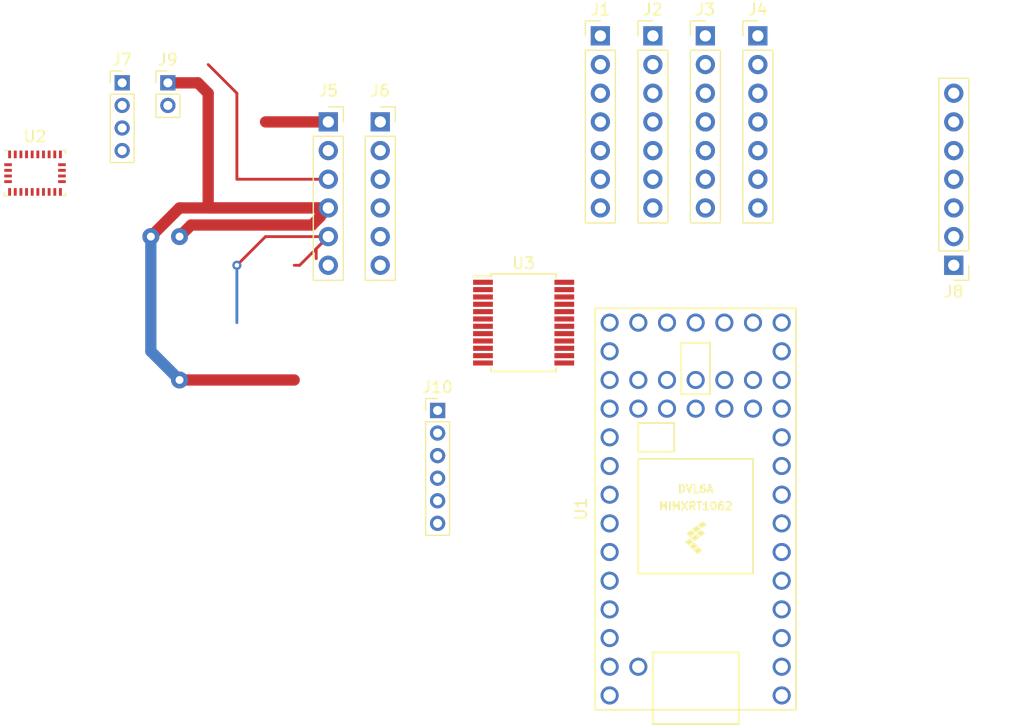
<source format=kicad_pcb>
(kicad_pcb (version 20221018) (generator pcbnew)
  (layers (0 "F.Cu" signal) (31 "B.Cu" signal) (34 "B.Paste" user) (35 "F.Paste" user) (36 "B.SilkS" user "B.Silkscreen") (37 "F.SilkS" user "F.Silkscreen") (38 "B.Mask" user) (39 "F.Mask" user) (44 "Edge.Cuts" user))
  (net 0 "")
  (net 2 "+5V")
  (net 3 "GND1")
  (net 4 "SDA")
  (net 5 "SCL")
  (net 6 "Net-(J1-Pin_6)")
  (net 9 "Net-(J2-Pin_6)")
  (net 12 "Net-(J3-Pin_6)")
  (net 14 "GND")
  (net 15 "Net-(J5-Pin_2)")
  (net 16 "Net-(J5-Pin_3)")
  (net 17 "Net-(J5-Pin_5)")
  (net 18 "Net-(J5-Pin_6)")
  (net 19 "Net-(J6-Pin_2)")
  (net 20 "Net-(J6-Pin_3)")
  (net 21 "Net-(J6-Pin_5)")
  (net 22 "Net-(J6-Pin_6)")
  (net 24 "Net-(J8-Pin_6)")
  (net 40 "Net-(U2-GNDIO-Pad15)")
  (net 52 "Net-(U3-PGND1-Pad3)")
  (net 53 "Net-(U3-PGND2-Pad10)")
  (net 56 "Net-(J4-Pin_6)")
  (net 57 "Net-(U1-7_RX2_OUT1A)")
  (net 58 "Net-(U1-8_TX2_IN1)")
  (net 59 "Net-(U1-13_SCK_CRX1_LED)")
  (net 60 "Net-(J7-Pin_2)")
  (net 61 "Net-(U1-16_A2_RX4_SCL1)")
  (net 62 "Net-(U1-17_A3_TX4_SDA1)")
  (net 63 "Net-(U1-22_A8_CTX1)")
  (net 64 "Net-(U1-23_A9_CRX1_MCLK1)")
  (net 65 "+12V")
  (net 71 "Net-(J10-Pin_6)")
  (footprint "Connector_PinHeader_2.54mm:PinHeader_1x07_P2.54mm_Vertical" (layer "F.Cu") (at 114.73 53.34)
    (fp_text reference "J4" (at 0 -2.33) (layer "F.SilkS"))
    (fp_text value "Conn_01x07_Pin")
    (fp_line (start -1.33 -1.33) (end 0 -1.33) (stroke (width 0.12)) (layer "F.SilkS"))
    (fp_line (start -1.33 0) (end -1.33 -1.33) (stroke (width 0.12)) (layer "F.SilkS"))
    (fp_line (start -1.33 1.27) (end -1.33 16.57) (stroke (width 0.12)) (layer "F.SilkS"))
    (fp_line (start -1.33 1.27) (end 1.33 1.27) (stroke (width 0.12)) (layer "F.SilkS"))
    (fp_line (start -1.33 16.57) (end 1.33 16.57) (stroke (width 0.12)) (layer "F.SilkS"))
    (fp_line (start 1.33 1.27) (end 1.33 16.57) (stroke (width 0.12)) (layer "F.SilkS"))
    (pad "1" thru_hole rect (at 0 0) (size 1.7 1.7) (drill 1) (layers "*.Cu" "*.Mask"))
    (pad "2" thru_hole oval (at 0 2.54) (size 1.7 1.7) (drill 1) (layers "*.Cu" "*.Mask") (net 2 "+5V"))
    (pad "3" thru_hole oval (at 0 5.08) (size 1.7 1.7) (drill 1) (layers "*.Cu" "*.Mask") (net 3 "GND1"))
    (pad "4" thru_hole oval (at 0 7.62) (size 1.7 1.7) (drill 1) (layers "*.Cu" "*.Mask") (net 4 "SDA"))
    (pad "5" thru_hole oval (at 0 10.16) (size 1.7 1.7) (drill 1) (layers "*.Cu" "*.Mask") (net 5 "SCL"))
    (pad "6" thru_hole oval (at 0 12.7) (size 1.7 1.7) (drill 1) (layers "*.Cu" "*.Mask") (net 56 "Net-(J4-Pin_6)"))
    (pad "7" thru_hole oval (at 0 15.24) (size 1.7 1.7) (drill 1) (layers "*.Cu" "*.Mask"))
  )
  (footprint "Connector_PinHeader_2.54mm:PinHeader_1x07_P2.54mm_Vertical" (layer "F.Cu") (at 110.08 53.34)
    (fp_text reference "J3" (at 0 -2.33) (layer "F.SilkS"))
    (fp_text value "Conn_01x07_Pin")
    (fp_line (start -1.33 -1.33) (end 0 -1.33) (stroke (width 0.12)) (layer "F.SilkS"))
    (fp_line (start -1.33 0) (end -1.33 -1.33) (stroke (width 0.12)) (layer "F.SilkS"))
    (fp_line (start -1.33 1.27) (end -1.33 16.57) (stroke (width 0.12)) (layer "F.SilkS"))
    (fp_line (start -1.33 1.27) (end 1.33 1.27) (stroke (width 0.12)) (layer "F.SilkS"))
    (fp_line (start -1.33 16.57) (end 1.33 16.57) (stroke (width 0.12)) (layer "F.SilkS"))
    (fp_line (start 1.33 1.27) (end 1.33 16.57) (stroke (width 0.12)) (layer "F.SilkS"))
    (pad "1" thru_hole rect (at 0 0) (size 1.7 1.7) (drill 1) (layers "*.Cu" "*.Mask"))
    (pad "2" thru_hole oval (at 0 2.54) (size 1.7 1.7) (drill 1) (layers "*.Cu" "*.Mask") (net 2 "+5V"))
    (pad "3" thru_hole oval (at 0 5.08) (size 1.7 1.7) (drill 1) (layers "*.Cu" "*.Mask") (net 3 "GND1"))
    (pad "4" thru_hole oval (at 0 7.62) (size 1.7 1.7) (drill 1) (layers "*.Cu" "*.Mask") (net 4 "SDA"))
    (pad "5" thru_hole oval (at 0 10.16) (size 1.7 1.7) (drill 1) (layers "*.Cu" "*.Mask") (net 5 "SCL"))
    (pad "6" thru_hole oval (at 0 12.7) (size 1.7 1.7) (drill 1) (layers "*.Cu" "*.Mask") (net 12 "Net-(J3-Pin_6)"))
    (pad "7" thru_hole oval (at 0 15.24) (size 1.7 1.7) (drill 1) (layers "*.Cu" "*.Mask"))
  )
  (footprint "Teensy4.0:Teensy40" (layer "F.Cu") (at 109.22 95.25 90)
    (fp_text reference "U1" (at 0 -10.16 90) (layer "F.SilkS"))
    (fp_text value "Teensy4.0")
    (fp_text user "DVL6A" (at 1.778 0) (layer "F.SilkS") (effects (font (size 0.7 0.7))))
    (fp_text user "MIMXRT1062" (at 0.254 0) (layer "F.SilkS") (effects (font (size 0.7 0.7))))
    (fp_line (start -19.05 -3.81) (end -17.78 -3.81) (stroke (width 0.15)) (layer "F.SilkS"))
    (fp_line (start -19.05 3.81) (end -19.05 -3.81) (stroke (width 0.15)) (layer "F.SilkS"))
    (fp_line (start -17.78 -8.89) (end 17.78 -8.89) (stroke (width 0.15)) (layer "F.SilkS"))
    (fp_line (start -17.78 3.81) (end -19.05 3.81) (stroke (width 0.15)) (layer "F.SilkS"))
    (fp_line (start -17.78 8.89) (end -17.78 -8.89) (stroke (width 0.15)) (layer "F.SilkS"))
    (fp_line (start -12.7 -3.81) (end -17.78 -3.81) (stroke (width 0.15)) (layer "F.SilkS"))
    (fp_line (start -12.7 3.81) (end -17.78 3.81) (stroke (width 0.15)) (layer "F.SilkS"))
    (fp_line (start -12.7 3.81) (end -12.7 -3.81) (stroke (width 0.15)) (layer "F.SilkS"))
    (fp_line (start -5.715 -5.08) (end -5.715 5.08) (stroke (width 0.15)) (layer "F.SilkS"))
    (fp_line (start 4.445 -5.08) (end -5.715 -5.08) (stroke (width 0.15)) (layer "F.SilkS"))
    (fp_line (start 4.445 5.08) (end -5.715 5.08) (stroke (width 0.15)) (layer "F.SilkS"))
    (fp_line (start 4.445 5.08) (end 4.445 -5.08) (stroke (width 0.15)) (layer "F.SilkS"))
    (fp_line (start 5.08 -5.08) (end 7.62 -5.08) (stroke (width 0.15)) (layer "F.SilkS"))
    (fp_line (start 5.08 -1.905) (end 5.08 -5.08) (stroke (width 0.15)) (layer "F.SilkS"))
    (fp_line (start 7.62 -5.08) (end 7.62 -1.905) (stroke (width 0.15)) (layer "F.SilkS"))
    (fp_line (start 7.62 -1.905) (end 5.08 -1.905) (stroke (width 0.15)) (layer "F.SilkS"))
    (fp_line (start 10.16 -1.27) (end 14.732 -1.27) (stroke (width 0.15)) (layer "F.SilkS"))
    (fp_line (start 10.16 1.27) (end 10.16 -1.27) (stroke (width 0.15)) (layer "F.SilkS"))
    (fp_line (start 14.732 -1.27) (end 14.732 1.27) (stroke (width 0.15)) (layer "F.SilkS"))
    (fp_line (start 14.732 1.27) (end 10.16 1.27) (stroke (width 0.15)) (layer "F.SilkS"))
    (fp_line (start 17.78 -8.89) (end 17.78 8.89) (stroke (width 0.15)) (layer "F.SilkS"))
    (fp_line (start 17.78 8.89) (end -17.78 8.89) (stroke (width 0.15)) (layer "F.SilkS"))
    (fp_poly (pts (xy -3.937 0.127) (xy -3.683 -0.127) (xy -3.429 0.254) (xy -3.683 0.508)) (stroke (width 0.1)) (fill solid) (layer "F.SilkS"))
    (fp_poly (pts (xy -3.556 -0.254) (xy -3.302 -0.508) (xy -3.048 -0.127) (xy -3.302 0.127)) (stroke (width 0.1)) (fill solid) (layer "F.SilkS"))
    (fp_poly (pts (xy -3.175 -0.635) (xy -2.921 -0.889) (xy -2.667 -0.508) (xy -2.921 -0.254)) (stroke (width 0.1)) (fill solid) (layer "F.SilkS"))
    (fp_poly (pts (xy -2.794 -0.127) (xy -2.54 -0.381) (xy -2.286 0) (xy -2.54 0.254)) (stroke (width 0.1)) (fill solid) (layer "F.SilkS"))
    (fp_poly (pts (xy -2.413 -0.508) (xy -2.159 -0.762) (xy -1.905 -0.381) (xy -2.159 -0.127)) (stroke (width 0.1)) (fill solid) (layer "F.SilkS"))
    (fp_poly (pts (xy -2.413 0.381) (xy -2.159 0.127) (xy -1.905 0.508) (xy -2.159 0.762)) (stroke (width 0.1)) (fill solid) (layer "F.SilkS"))
    (fp_poly (pts (xy -2.032 0) (xy -1.778 -0.254) (xy -1.524 0.127) (xy -1.778 0.381)) (stroke (width 0.1)) (fill solid) (layer "F.SilkS"))
    (fp_poly (pts (xy -1.651 0.508) (xy -1.397 0.254) (xy -1.143 0.635) (xy -1.397 0.889)) (stroke (width 0.1)) (fill solid) (layer "F.SilkS"))
    (pad "1" thru_hole circle (at -16.51 7.62 90) (size 1.6 1.6) (drill 1.1) (layers "*.Cu" "*.Mask"))
    (pad "2" thru_hole circle (at -13.97 7.62 90) (size 1.6 1.6) (drill 1.1) (layers "*.Cu" "*.Mask"))
    (pad "3" thru_hole circle (at -11.43 7.62 90) (size 1.6 1.6) (drill 1.1) (layers "*.Cu" "*.Mask"))
    (pad "4" thru_hole circle (at -8.89 7.62 90) (size 1.6 1.6) (drill 1.1) (layers "*.Cu" "*.Mask") (net 56 "Net-(J4-Pin_6)"))
    (pad "5" thru_hole circle (at -6.35 7.62 90) (size 1.6 1.6) (drill 1.1) (layers "*.Cu" "*.Mask") (net 12 "Net-(J3-Pin_6)"))
    (pad "6" thru_hole circle (at -3.81 7.62 90) (size 1.6 1.6) (drill 1.1) (layers "*.Cu" "*.Mask") (net 9 "Net-(J2-Pin_6)"))
    (pad "7" thru_hole circle (at -1.27 7.62 90) (size 1.6 1.6) (drill 1.1) (layers "*.Cu" "*.Mask") (net 6 "Net-(J1-Pin_6)"))
    (pad "8" thru_hole circle (at 1.27 7.62 90) (size 1.6 1.6) (drill 1.1) (layers "*.Cu" "*.Mask") (net 24 "Net-(J8-Pin_6)"))
    (pad "9" thru_hole circle (at 3.81 7.62 90) (size 1.6 1.6) (drill 1.1) (layers "*.Cu" "*.Mask") (net 57 "Net-(U1-7_RX2_OUT1A)"))
    (pad "10" thru_hole circle (at 6.35 7.62 90) (size 1.6 1.6) (drill 1.1) (layers "*.Cu" "*.Mask") (net 58 "Net-(U1-8_TX2_IN1)"))
    (pad "11" thru_hole circle (at 8.89 7.62 90) (size 1.6 1.6) (drill 1.1) (layers "*.Cu" "*.Mask") (net 19 "Net-(J6-Pin_2)"))
    (pad "12" thru_hole circle (at 11.43 7.62 90) (size 1.6 1.6) (drill 1.1) (layers "*.Cu" "*.Mask") (net 20 "Net-(J6-Pin_3)"))
    (pad "13" thru_hole circle (at 13.97 7.62 90) (size 1.6 1.6) (drill 1.1) (layers "*.Cu" "*.Mask") (net 15 "Net-(J5-Pin_2)"))
    (pad "14" thru_hole circle (at 16.51 7.62 90) (size 1.6 1.6) (drill 1.1) (layers "*.Cu" "*.Mask") (net 16 "Net-(J5-Pin_3)"))
    (pad "15" thru_hole circle (at 16.51 5.08 90) (size 1.6 1.6) (drill 1.1) (layers "*.Cu" "*.Mask"))
    (pad "16" thru_hole circle (at 16.51 2.54 90) (size 1.6 1.6) (drill 1.1) (layers "*.Cu" "*.Mask"))
    (pad "17" thru_hole circle (at 16.51 0 90) (size 1.6 1.6) (drill 1.1) (layers "*.Cu" "*.Mask"))
    (pad "18" thru_hole circle (at 16.51 -2.54 90) (size 1.6 1.6) (drill 1.1) (layers "*.Cu" "*.Mask"))
    (pad "19" thru_hole circle (at 16.51 -5.08 90) (size 1.6 1.6) (drill 1.1) (layers "*.Cu" "*.Mask"))
    (pad "20" thru_hole circle (at 16.51 -7.62 90) (size 1.6 1.6) (drill 1.1) (layers "*.Cu" "*.Mask") (net 59 "Net-(U1-13_SCK_CRX1_LED)"))
    (pad "21" thru_hole circle (at 13.97 -7.62 90) (size 1.6 1.6) (drill 1.1) (layers "*.Cu" "*.Mask"))
    (pad "22" thru_hole circle (at 11.43 -7.62 90) (size 1.6 1.6) (drill 1.1) (layers "*.Cu" "*.Mask") (net 60 "Net-(J7-Pin_2)"))
    (pad "23" thru_hole circle (at 8.89 -7.62 90) (size 1.6 1.6) (drill 1.1) (layers "*.Cu" "*.Mask") (net 61 "Net-(U1-16_A2_RX4_SCL1)"))
    (pad "24" thru_hole circle (at 6.35 -7.62 90) (size 1.6 1.6) (drill 1.1) (layers "*.Cu" "*.Mask") (net 62 "Net-(U1-17_A3_TX4_SDA1)"))
    (pad "25" thru_hole circle (at 3.81 -7.62 90) (size 1.6 1.6) (drill 1.1) (layers "*.Cu" "*.Mask") (net 4 "SDA"))
    (pad "26" thru_hole circle (at 1.27 -7.62 90) (size 1.6 1.6) (drill 1.1) (layers "*.Cu" "*.Mask") (net 5 "SCL"))
    (pad "27" thru_hole circle (at -1.27 -7.62 90) (size 1.6 1.6) (drill 1.1) (layers "*.Cu" "*.Mask"))
    (pad "28" thru_hole circle (at -3.81 -7.62 90) (size 1.6 1.6) (drill 1.1) (layers "*.Cu" "*.Mask"))
    (pad "29" thru_hole circle (at -6.35 -7.62 90) (size 1.6 1.6) (drill 1.1) (layers "*.Cu" "*.Mask") (net 63 "Net-(U1-22_A8_CTX1)"))
    (pad "30" thru_hole circle (at -8.89 -7.62 90) (size 1.6 1.6) (drill 1.1) (layers "*.Cu" "*.Mask") (net 64 "Net-(U1-23_A9_CRX1_MCLK1)"))
    (pad "31" thru_hole circle (at -11.43 -7.62 90) (size 1.6 1.6) (drill 1.1) (layers "*.Cu" "*.Mask"))
    (pad "32" thru_hole circle (at -13.97 -7.62 90) (size 1.6 1.6) (drill 1.1) (layers "*.Cu" "*.Mask"))
    (pad "33" thru_hole circle (at -16.51 -7.62 90) (size 1.6 1.6) (drill 1.1) (layers "*.Cu" "*.Mask"))
    (pad "34" thru_hole circle (at -13.97 -5.08 90) (size 1.6 1.6) (drill 1.1) (layers "*.Cu" "*.Mask"))
    (pad "35" thru_hole circle (at 11.43 -5.08 90) (size 1.6 1.6) (drill 1.1) (layers "*.Cu" "*.Mask"))
    (pad "36" thru_hole circle (at 8.89 -5.08 90) (size 1.6 1.6) (drill 1.1) (layers "*.Cu" "*.Mask"))
    (pad "37" thru_hole circle (at 11.43 -2.54 90) (size 1.6 1.6) (drill 1.1) (layers "*.Cu" "*.Mask"))
    (pad "38" thru_hole circle (at 8.89 -2.54 90) (size 1.6 1.6) (drill 1.1) (layers "*.Cu" "*.Mask"))
    (pad "39" thru_hole circle (at 11.43 0 90) (size 1.6 1.6) (drill 1.1) (layers "*.Cu" "*.Mask"))
    (pad "40" thru_hole circle (at 8.89 0 90) (size 1.6 1.6) (drill 1.1) (layers "*.Cu" "*.Mask"))
    (pad "41" thru_hole circle (at 11.43 2.54 90) (size 1.6 1.6) (drill 1.1) (layers "*.Cu" "*.Mask"))
    (pad "42" thru_hole circle (at 8.89 2.54 90) (size 1.6 1.6) (drill 1.1) (layers "*.Cu" "*.Mask"))
    (pad "43" thru_hole circle (at 11.43 5.08 90) (size 1.6 1.6) (drill 1.1) (layers "*.Cu" "*.Mask"))
    (pad "44" thru_hole circle (at 8.89 5.08 90) (size 1.6 1.6) (drill 1.1) (layers "*.Cu" "*.Mask"))
  )
  (footprint "Package_SO:SSOP-24_5.3x8.2mm_P0.65mm" (layer "F.Cu") (at 93.98 78.74)
    (fp_text reference "U3" (at 0 -5.25) (layer "F.SilkS"))
    (fp_text value "TB6612FNG")
    (fp_line (start -2.875 -4.325) (end -2.875 -4.1) (stroke (width 0.15)) (layer "F.SilkS"))
    (fp_line (start -2.875 -4.325) (end 2.875 -4.325) (stroke (width 0.15)) (layer "F.SilkS"))
    (fp_line (start -2.875 -4.1) (end -4.475 -4.1) (stroke (width 0.15)) (layer "F.SilkS"))
    (fp_line (start -2.875 4.325) (end -2.875 4.025) (stroke (width 0.15)) (layer "F.SilkS"))
    (fp_line (start -2.875 4.325) (end 2.875 4.325) (stroke (width 0.15)) (layer "F.SilkS"))
    (fp_line (start 2.875 -4.325) (end 2.875 -4.025) (stroke (width 0.15)) (layer "F.SilkS"))
    (fp_line (start 2.875 4.325) (end 2.875 4.025) (stroke (width 0.15)) (layer "F.SilkS"))
    (pad "1" smd rect (at -3.6 -3.575) (size 1.75 0.45) (layers "F.Cu" "F.Paste" "F.Mask") (net 22 "Net-(J6-Pin_6)"))
    (pad "2" smd rect (at -3.6 -2.925) (size 1.75 0.45) (layers "F.Cu" "F.Paste" "F.Mask") (net 22 "Net-(J6-Pin_6)"))
    (pad "3" smd rect (at -3.6 -2.275) (size 1.75 0.45) (layers "F.Cu" "F.Paste" "F.Mask") (net 52 "Net-(U3-PGND1-Pad3)"))
    (pad "4" smd rect (at -3.6 -1.625) (size 1.75 0.45) (layers "F.Cu" "F.Paste" "F.Mask") (net 52 "Net-(U3-PGND1-Pad3)"))
    (pad "5" smd rect (at -3.6 -0.975) (size 1.75 0.45) (layers "F.Cu" "F.Paste" "F.Mask") (net 21 "Net-(J6-Pin_5)"))
    (pad "6" smd rect (at -3.6 -0.325) (size 1.75 0.45) (layers "F.Cu" "F.Paste" "F.Mask") (net 21 "Net-(J6-Pin_5)"))
    (pad "7" smd rect (at -3.6 0.325) (size 1.75 0.45) (layers "F.Cu" "F.Paste" "F.Mask") (net 17 "Net-(J5-Pin_5)"))
    (pad "8" smd rect (at -3.6 0.975) (size 1.75 0.45) (layers "F.Cu" "F.Paste" "F.Mask") (net 17 "Net-(J5-Pin_5)"))
    (pad "9" smd rect (at -3.6 1.625) (size 1.75 0.45) (layers "F.Cu" "F.Paste" "F.Mask") (net 53 "Net-(U3-PGND2-Pad10)"))
    (pad "10" smd rect (at -3.6 2.275) (size 1.75 0.45) (layers "F.Cu" "F.Paste" "F.Mask") (net 53 "Net-(U3-PGND2-Pad10)"))
    (pad "11" smd rect (at -3.6 2.925) (size 1.75 0.45) (layers "F.Cu" "F.Paste" "F.Mask") (net 18 "Net-(J5-Pin_6)"))
    (pad "12" smd rect (at -3.6 3.575) (size 1.75 0.45) (layers "F.Cu" "F.Paste" "F.Mask") (net 18 "Net-(J5-Pin_6)"))
    (pad "13" smd rect (at 3.6 3.575) (size 1.75 0.45) (layers "F.Cu" "F.Paste" "F.Mask"))
    (pad "14" smd rect (at 3.6 2.925) (size 1.75 0.45) (layers "F.Cu" "F.Paste" "F.Mask"))
    (pad "15" smd rect (at 3.6 2.275) (size 1.75 0.45) (layers "F.Cu" "F.Paste" "F.Mask") (net 57 "Net-(U1-7_RX2_OUT1A)"))
    (pad "16" smd rect (at 3.6 1.625) (size 1.75 0.45) (layers "F.Cu" "F.Paste" "F.Mask") (net 64 "Net-(U1-23_A9_CRX1_MCLK1)"))
    (pad "17" smd rect (at 3.6 0.975) (size 1.75 0.45) (layers "F.Cu" "F.Paste" "F.Mask") (net 63 "Net-(U1-22_A8_CTX1)"))
    (pad "18" smd rect (at 3.6 0.325) (size 1.75 0.45) (layers "F.Cu" "F.Paste" "F.Mask") (net 14 "GND"))
    (pad "19" smd rect (at 3.6 -0.325) (size 1.75 0.45) (layers "F.Cu" "F.Paste" "F.Mask") (net 59 "Net-(U1-13_SCK_CRX1_LED)"))
    (pad "20" smd rect (at 3.6 -0.975) (size 1.75 0.45) (layers "F.Cu" "F.Paste" "F.Mask") (net 2 "+5V"))
    (pad "21" smd rect (at 3.6 -1.625) (size 1.75 0.45) (layers "F.Cu" "F.Paste" "F.Mask") (net 61 "Net-(U1-16_A2_RX4_SCL1)"))
    (pad "22" smd rect (at 3.6 -2.275) (size 1.75 0.45) (layers "F.Cu" "F.Paste" "F.Mask") (net 62 "Net-(U1-17_A3_TX4_SDA1)"))
    (pad "23" smd rect (at 3.6 -2.925) (size 1.75 0.45) (layers "F.Cu" "F.Paste" "F.Mask") (net 58 "Net-(U1-8_TX2_IN1)"))
    (pad "24" smd rect (at 3.6 -3.575) (size 1.75 0.45) (layers "F.Cu" "F.Paste" "F.Mask") (net 65 "+12V"))
  )
  (footprint "Connector_PinHeader_2.54mm:PinHeader_1x07_P2.54mm_Vertical" (layer "F.Cu") (at 132.08 73.66 180)
    (fp_text reference "J8" (at 0 -2.33) (layer "F.SilkS"))
    (fp_text value "Conn_01x07_Pin")
    (fp_line (start -1.33 -1.33) (end 0 -1.33) (stroke (width 0.12)) (layer "F.SilkS"))
    (fp_line (start -1.33 0) (end -1.33 -1.33) (stroke (width 0.12)) (layer "F.SilkS"))
    (fp_line (start -1.33 1.27) (end -1.33 16.57) (stroke (width 0.12)) (layer "F.SilkS"))
    (fp_line (start -1.33 1.27) (end 1.33 1.27) (stroke (width 0.12)) (layer "F.SilkS"))
    (fp_line (start -1.33 16.57) (end 1.33 16.57) (stroke (width 0.12)) (layer "F.SilkS"))
    (fp_line (start 1.33 1.27) (end 1.33 16.57) (stroke (width 0.12)) (layer "F.SilkS"))
    (pad "1" thru_hole rect (at 0 0 180) (size 1.7 1.7) (drill 1) (layers "*.Cu" "*.Mask"))
    (pad "2" thru_hole oval (at 0 2.54 180) (size 1.7 1.7) (drill 1) (layers "*.Cu" "*.Mask") (net 2 "+5V"))
    (pad "3" thru_hole oval (at 0 5.08 180) (size 1.7 1.7) (drill 1) (layers "*.Cu" "*.Mask") (net 3 "GND1"))
    (pad "4" thru_hole oval (at 0 7.62 180) (size 1.7 1.7) (drill 1) (layers "*.Cu" "*.Mask") (net 4 "SDA"))
    (pad "5" thru_hole oval (at 0 10.16 180) (size 1.7 1.7) (drill 1) (layers "*.Cu" "*.Mask") (net 5 "SCL"))
    (pad "6" thru_hole oval (at 0 12.7 180) (size 1.7 1.7) (drill 1) (layers "*.Cu" "*.Mask") (net 24 "Net-(J8-Pin_6)"))
    (pad "7" thru_hole oval (at 0 15.24 180) (size 1.7 1.7) (drill 1) (layers "*.Cu" "*.Mask"))
  )
  (footprint "Connector_PinHeader_2.54mm:PinHeader_1x07_P2.54mm_Vertical" (layer "F.Cu") (at 100.78 53.34)
    (fp_text reference "J1" (at 0 -2.33) (layer "F.SilkS"))
    (fp_text value "Conn_01x07_Pin")
    (fp_line (start -1.33 -1.33) (end 0 -1.33) (stroke (width 0.12)) (layer "F.SilkS"))
    (fp_line (start -1.33 0) (end -1.33 -1.33) (stroke (width 0.12)) (layer "F.SilkS"))
    (fp_line (start -1.33 1.27) (end -1.33 16.57) (stroke (width 0.12)) (layer "F.SilkS"))
    (fp_line (start -1.33 1.27) (end 1.33 1.27) (stroke (width 0.12)) (layer "F.SilkS"))
    (fp_line (start -1.33 16.57) (end 1.33 16.57) (stroke (width 0.12)) (layer "F.SilkS"))
    (fp_line (start 1.33 1.27) (end 1.33 16.57) (stroke (width 0.12)) (layer "F.SilkS"))
    (pad "1" thru_hole rect (at 0 0) (size 1.7 1.7) (drill 1) (layers "*.Cu" "*.Mask"))
    (pad "2" thru_hole oval (at 0 2.54) (size 1.7 1.7) (drill 1) (layers "*.Cu" "*.Mask") (net 2 "+5V"))
    (pad "3" thru_hole oval (at 0 5.08) (size 1.7 1.7) (drill 1) (layers "*.Cu" "*.Mask") (net 3 "GND1"))
    (pad "4" thru_hole oval (at 0 7.62) (size 1.7 1.7) (drill 1) (layers "*.Cu" "*.Mask") (net 4 "SDA"))
    (pad "5" thru_hole oval (at 0 10.16) (size 1.7 1.7) (drill 1) (layers "*.Cu" "*.Mask") (net 5 "SCL"))
    (pad "6" thru_hole oval (at 0 12.7) (size 1.7 1.7) (drill 1) (layers "*.Cu" "*.Mask") (net 6 "Net-(J1-Pin_6)"))
    (pad "7" thru_hole oval (at 0 15.24) (size 1.7 1.7) (drill 1) (layers "*.Cu" "*.Mask"))
  )
  (footprint "Connector_PinHeader_2.00mm:PinHeader_1x04_P2.00mm_Vertical" (layer "F.Cu") (at 58.42 57.5)
    (fp_text reference "J7" (at 0 -2.06) (layer "F.SilkS"))
    (fp_text value "Conn_01x04_Socket")
    (fp_line (start -1.06 -1.06) (end 0 -1.06) (stroke (width 0.12)) (layer "F.SilkS"))
    (fp_line (start -1.06 0) (end -1.06 -1.06) (stroke (width 0.12)) (layer "F.SilkS"))
    (fp_line (start -1.06 1) (end -1.06 7.06) (stroke (width 0.12)) (layer "F.SilkS"))
    (fp_line (start -1.06 1) (end 1.06 1) (stroke (width 0.12)) (layer "F.SilkS"))
    (fp_line (start -1.06 7.06) (end 1.06 7.06) (stroke (width 0.12)) (layer "F.SilkS"))
    (fp_line (start 1.06 1) (end 1.06 7.06) (stroke (width 0.12)) (layer "F.SilkS"))
    (pad "1" thru_hole rect (at 0 0) (size 1.35 1.35) (drill 0.8) (layers "*.Cu" "*.Mask") (net 14 "GND"))
    (pad "2" thru_hole oval (at 0 2) (size 1.35 1.35) (drill 0.8) (layers "*.Cu" "*.Mask") (net 60 "Net-(J7-Pin_2)"))
    (pad "3" thru_hole oval (at 0 4) (size 1.35 1.35) (drill 0.8) (layers "*.Cu" "*.Mask") (net 2 "+5V"))
    (pad "4" thru_hole oval (at 0 6) (size 1.35 1.35) (drill 0.8) (layers "*.Cu" "*.Mask") (net 14 "GND"))
  )
  (footprint "Connector_PinHeader_2.54mm:PinHeader_1x07_P2.54mm_Vertical" (layer "F.Cu") (at 105.43 53.34)
    (fp_text reference "J2" (at 0 -2.33) (layer "F.SilkS"))
    (fp_text value "Conn_01x07_Pin")
    (fp_line (start -1.33 -1.33) (end 0 -1.33) (stroke (width 0.12)) (layer "F.SilkS"))
    (fp_line (start -1.33 0) (end -1.33 -1.33) (stroke (width 0.12)) (layer "F.SilkS"))
    (fp_line (start -1.33 1.27) (end -1.33 16.57) (stroke (width 0.12)) (layer "F.SilkS"))
    (fp_line (start -1.33 1.27) (end 1.33 1.27) (stroke (width 0.12)) (layer "F.SilkS"))
    (fp_line (start -1.33 16.57) (end 1.33 16.57) (stroke (width 0.12)) (layer "F.SilkS"))
    (fp_line (start 1.33 1.27) (end 1.33 16.57) (stroke (width 0.12)) (layer "F.SilkS"))
    (pad "1" thru_hole rect (at 0 0) (size 1.7 1.7) (drill 1) (layers "*.Cu" "*.Mask"))
    (pad "2" thru_hole oval (at 0 2.54) (size 1.7 1.7) (drill 1) (layers "*.Cu" "*.Mask") (net 2 "+5V"))
    (pad "3" thru_hole oval (at 0 5.08) (size 1.7 1.7) (drill 1) (layers "*.Cu" "*.Mask") (net 3 "GND1"))
    (pad "4" thru_hole oval (at 0 7.62) (size 1.7 1.7) (drill 1) (layers "*.Cu" "*.Mask") (net 4 "SDA"))
    (pad "5" thru_hole oval (at 0 10.16) (size 1.7 1.7) (drill 1) (layers "*.Cu" "*.Mask") (net 5 "SCL"))
    (pad "6" thru_hole oval (at 0 12.7) (size 1.7 1.7) (drill 1) (layers "*.Cu" "*.Mask") (net 9 "Net-(J2-Pin_6)"))
    (pad "7" thru_hole oval (at 0 15.24) (size 1.7 1.7) (drill 1) (layers "*.Cu" "*.Mask"))
  )
  (footprint "Connector_PinSocket_2.54mm:PinSocket_1x06_P2.54mm_Vertical" (layer "F.Cu") (at 81.28 60.96)
    (fp_text reference "J6" (at 0 -2.77) (layer "F.SilkS"))
    (fp_text value "Conn_01x06_Pin")
    (fp_line (start -1.33 1.27) (end -1.33 14.03) (stroke (width 0.12)) (layer "F.SilkS"))
    (fp_line (start -1.33 1.27) (end 1.33 1.27) (stroke (width 0.12)) (layer "F.SilkS"))
    (fp_line (start -1.33 14.03) (end 1.33 14.03) (stroke (width 0.12)) (layer "F.SilkS"))
    (fp_line (start 0 -1.33) (end 1.33 -1.33) (stroke (width 0.12)) (layer "F.SilkS"))
    (fp_line (start 1.33 -1.33) (end 1.33 0) (stroke (width 0.12)) (layer "F.SilkS"))
    (fp_line (start 1.33 1.27) (end 1.33 14.03) (stroke (width 0.12)) (layer "F.SilkS"))
    (pad "1" thru_hole rect (at 0 0) (size 1.7 1.7) (drill 1) (layers "*.Cu" "*.Mask") (net 14 "GND"))
    (pad "2" thru_hole oval (at 0 2.54) (size 1.7 1.7) (drill 1) (layers "*.Cu" "*.Mask") (net 19 "Net-(J6-Pin_2)"))
    (pad "3" thru_hole oval (at 0 5.08) (size 1.7 1.7) (drill 1) (layers "*.Cu" "*.Mask") (net 20 "Net-(J6-Pin_3)"))
    (pad "4" thru_hole oval (at 0 7.62) (size 1.7 1.7) (drill 1) (layers "*.Cu" "*.Mask") (net 2 "+5V"))
    (pad "5" thru_hole oval (at 0 10.16) (size 1.7 1.7) (drill 1) (layers "*.Cu" "*.Mask") (net 21 "Net-(J6-Pin_5)"))
    (pad "6" thru_hole oval (at 0 12.7) (size 1.7 1.7) (drill 1) (layers "*.Cu" "*.Mask") (net 22 "Net-(J6-Pin_6)"))
  )
  (footprint "Connector_PinHeader_2.00mm:PinHeader_1x02_P2.00mm_Vertical" (layer "F.Cu") (at 62.47 57.5)
    (fp_text reference "J9" (at 0 -2.06) (layer "F.SilkS"))
    (fp_text value "Conn_01x02_Socket")
    (fp_line (start -1.06 -1.06) (end 0 -1.06) (stroke (width 0.12)) (layer "F.SilkS"))
    (fp_line (start -1.06 0) (end -1.06 -1.06) (stroke (width 0.12)) (layer "F.SilkS"))
    (fp_line (start -1.06 1) (end -1.06 3.06) (stroke (width 0.12)) (layer "F.SilkS"))
    (fp_line (start -1.06 1) (end 1.06 1) (stroke (width 0.12)) (layer "F.SilkS"))
    (fp_line (start -1.06 3.06) (end 1.06 3.06) (stroke (width 0.12)) (layer "F.SilkS"))
    (fp_line (start 1.06 1) (end 1.06 3.06) (stroke (width 0.12)) (layer "F.SilkS"))
    (pad "1" thru_hole rect (at 0 0) (size 1.35 1.35) (drill 0.8) (layers "*.Cu" "*.Mask") (net 2 "+5V"))
    (pad "2" thru_hole oval (at 0 2) (size 1.35 1.35) (drill 0.8) (layers "*.Cu" "*.Mask") (net 14 "GND"))
  )
  (footprint "Connector_PinHeader_2.00mm:PinHeader_1x06_P2.00mm_Vertical" (layer "F.Cu") (at 86.36 86.52)
    (fp_text reference "J10" (at 0 -2.06) (layer "F.SilkS"))
    (fp_text value "Conn_01x06")
    (fp_line (start -1.06 -1.06) (end 0 -1.06) (stroke (width 0.12)) (layer "F.SilkS"))
    (fp_line (start -1.06 0) (end -1.06 -1.06) (stroke (width 0.12)) (layer "F.SilkS"))
    (fp_line (start -1.06 1) (end -1.06 11.06) (stroke (width 0.12)) (layer "F.SilkS"))
    (fp_line (start -1.06 1) (end 1.06 1) (stroke (width 0.12)) (layer "F.SilkS"))
    (fp_line (start -1.06 11.06) (end 1.06 11.06) (stroke (width 0.12)) (layer "F.SilkS"))
    (fp_line (start 1.06 1) (end 1.06 11.06) (stroke (width 0.12)) (layer "F.SilkS"))
    (pad "1" thru_hole rect (at 0 0) (size 1.35 1.35) (drill 0.8) (layers "*.Cu" "*.Mask") (net 65 "+12V"))
    (pad "2" thru_hole oval (at 0 2) (size 1.35 1.35) (drill 0.8) (layers "*.Cu" "*.Mask") (net 14 "GND"))
    (pad "3" thru_hole oval (at 0 4) (size 1.35 1.35) (drill 0.8) (layers "*.Cu" "*.Mask") (net 14 "GND"))
    (pad "4" thru_hole oval (at 0 6) (size 1.35 1.35) (drill 0.8) (layers "*.Cu" "*.Mask") (net 2 "+5V"))
    (pad "5" thru_hole oval (at 0 8) (size 1.35 1.35) (drill 0.8) (layers "*.Cu" "*.Mask") (net 2 "+5V"))
    (pad "6" thru_hole oval (at 0 10) (size 1.35 1.35) (drill 0.8) (layers "*.Cu" "*.Mask") (net 71 "Net-(J10-Pin_6)"))
  )
  (footprint "Package_LGA:LGA-28_5.2x3.8mm_P0.5mm" (layer "F.Cu") (at 50.7 65.5)
    (fp_text reference "U2" (at 0 -3.25) (layer "F.SilkS"))
    (fp_text value "BNO055")
    (fp_line (start -2.71 -2.01) (end -2.45 -2.01) (stroke (width 0.12)) (layer "F.SilkS"))
    (fp_line (start -2.71 2.01) (end -2.71 1.75) (stroke (width 0.12)) (layer "F.SilkS"))
    (fp_line (start -2.71 2.01) (end -2.45 2.01) (stroke (width 0.12)) (layer "F.SilkS"))
    (fp_line (start 2.71 -2.01) (end 2.45 -2.01) (stroke (width 0.12)) (layer "F.SilkS"))
    (fp_line (start 2.71 -2.01) (end 2.71 -1.75) (stroke (width 0.12)) (layer "F.SilkS"))
    (fp_line (start 2.71 2.01) (end 2.45 2.01) (stroke (width 0.12)) (layer "F.SilkS"))
    (fp_line (start 2.71 2.01) (end 2.71 1.75) (stroke (width 0.12)) (layer "F.SilkS"))
    (pad "1" smd rect (at -2.25 -1.6625) (size 0.254 0.675) (layers "F.Cu" "F.Paste" "F.Mask"))
    (pad "2" smd rect (at -2.3875 -0.75 90) (size 0.254 0.675) (layers "F.Cu" "F.Paste" "F.Mask"))
    (pad "3" smd rect (at -2.3875 -0.25 90) (size 0.254 0.675) (layers "F.Cu" "F.Paste" "F.Mask"))
    (pad "4" smd rect (at -2.3875 0.25 90) (size 0.254 0.675) (layers "F.Cu" "F.Paste" "F.Mask"))
    (pad "5" smd rect (at -2.3875 0.75 90) (size 0.254 0.675) (layers "F.Cu" "F.Paste" "F.Mask"))
    (pad "6" smd rect (at -2.25 1.6625) (size 0.254 0.675) (layers "F.Cu" "F.Paste" "F.Mask"))
    (pad "7" smd rect (at -1.75 1.6625) (size 0.254 0.675) (layers "F.Cu" "F.Paste" "F.Mask"))
    (pad "8" smd rect (at -1.25 1.6625) (size 0.254 0.675) (layers "F.Cu" "F.Paste" "F.Mask"))
    (pad "9" smd rect (at -0.75 1.6625) (size 0.254 0.675) (layers "F.Cu" "F.Paste" "F.Mask"))
    (pad "10" smd rect (at -0.25 1.6625) (size 0.254 0.675) (layers "F.Cu" "F.Paste" "F.Mask"))
    (pad "11" smd rect (at 0.25 1.6625) (size 0.254 0.675) (layers "F.Cu" "F.Paste" "F.Mask"))
    (pad "12" smd rect (at 0.75 1.6625) (size 0.254 0.675) (layers "F.Cu" "F.Paste" "F.Mask"))
    (pad "13" smd rect (at 1.25 1.6625) (size 0.254 0.675) (layers "F.Cu" "F.Paste" "F.Mask"))
    (pad "14" smd rect (at 1.75 1.6625) (size 0.254 0.675) (layers "F.Cu" "F.Paste" "F.Mask"))
    (pad "15" smd rect (at 2.25 1.6625) (size 0.254 0.675) (layers "F.Cu" "F.Paste" "F.Mask") (net 40 "Net-(U2-GNDIO-Pad15)"))
    (pad "16" smd rect (at 2.3875 0.75 90) (size 0.254 0.675) (layers "F.Cu" "F.Paste" "F.Mask") (net 40 "Net-(U2-GNDIO-Pad15)"))
    (pad "17" smd rect (at 2.3875 0.25 90) (size 0.254 0.675) (layers "F.Cu" "F.Paste" "F.Mask"))
    (pad "18" smd rect (at 2.3875 -0.25 90) (size 0.254 0.675) (layers "F.Cu" "F.Paste" "F.Mask"))
    (pad "19" smd rect (at 2.3875 -0.75 90) (size 0.254 0.675) (layers "F.Cu" "F.Paste" "F.Mask"))
    (pad "20" smd rect (at 2.25 -1.6625) (size 0.254 0.675) (layers "F.Cu" "F.Paste" "F.Mask"))
    (pad "21" smd rect (at 1.75 -1.6625) (size 0.254 0.675) (layers "F.Cu" "F.Paste" "F.Mask"))
    (pad "22" smd rect (at 1.25 -1.6625) (size 0.254 0.675) (layers "F.Cu" "F.Paste" "F.Mask"))
    (pad "23" smd rect (at 0.75 -1.6625) (size 0.254 0.675) (layers "F.Cu" "F.Paste" "F.Mask"))
    (pad "24" smd rect (at 0.25 -1.6625) (size 0.254 0.675) (layers "F.Cu" "F.Paste" "F.Mask"))
    (pad "25" smd rect (at -0.25 -1.6625) (size 0.254 0.675) (layers "F.Cu" "F.Paste" "F.Mask") (net 40 "Net-(U2-GNDIO-Pad15)"))
    (pad "26" smd rect (at -0.75 -1.6625) (size 0.254 0.675) (layers "F.Cu" "F.Paste" "F.Mask"))
    (pad "27" smd rect (at -1.25 -1.6625) (size 0.254 0.675) (layers "F.Cu" "F.Paste" "F.Mask"))
    (pad "28" smd rect (at -1.75 -1.6625) (size 0.254 0.675) (layers "F.Cu" "F.Paste" "F.Mask"))
  )
  (footprint "Connector_PinSocket_2.54mm:PinSocket_1x06_P2.54mm_Vertical" (layer "F.Cu") (at 76.68 60.96)
    (fp_text reference "J5" (at 0 -2.77) (layer "F.SilkS"))
    (fp_text value "Conn_01x06_Pin")
    (fp_line (start -1.33 1.27) (end -1.33 14.03) (stroke (width 0.12)) (layer "F.SilkS"))
    (fp_line (start -1.33 1.27) (end 1.33 1.27) (stroke (width 0.12)) (layer "F.SilkS"))
    (fp_line (start -1.33 14.03) (end 1.33 14.03) (stroke (width 0.12)) (layer "F.SilkS"))
    (fp_line (start 0 -1.33) (end 1.33 -1.33) (stroke (width 0.12)) (layer "F.SilkS"))
    (fp_line (start 1.33 -1.33) (end 1.33 0) (stroke (width 0.12)) (layer "F.SilkS"))
    (fp_line (start 1.33 1.27) (end 1.33 14.03) (stroke (width 0.12)) (layer "F.SilkS"))
    (pad "1" thru_hole rect (at 0 0) (size 1.7 1.7) (drill 1) (layers "*.Cu" "*.Mask") (net 14 "GND"))
    (pad "2" thru_hole oval (at 0 2.54) (size 1.7 1.7) (drill 1) (layers "*.Cu" "*.Mask") (net 15 "Net-(J5-Pin_2)"))
    (pad "3" thru_hole oval (at 0 5.08) (size 1.7 1.7) (drill 1) (layers "*.Cu" "*.Mask") (net 16 "Net-(J5-Pin_3)"))
    (pad "4" thru_hole oval (at 0 7.62) (size 1.7 1.7) (drill 1) (layers "*.Cu" "*.Mask") (net 2 "+5V"))
    (pad "5" thru_hole oval (at 0 10.16) (size 1.7 1.7) (drill 1) (layers "*.Cu" "*.Mask") (net 17 "Net-(J5-Pin_5)"))
    (pad "6" thru_hole oval (at 0 12.7) (size 1.7 1.7) (drill 1) (layers "*.Cu" "*.Mask") (net 18 "Net-(J5-Pin_6)"))
  )
  (segment (start 76.68 68.58) (end 66.04 68.58) (width 1) (layer "F.Cu") (net 2))
  (segment (start 63.5 83.82) (end 73.66 83.82) (width 1) (layer "F.Cu") (net 2))
  (segment (start 63.5 68.58) (end 60.96 71.12) (width 1) (layer "F.Cu") (net 2))
  (segment (start 75.952118 69.307882) (end 75.952118 69.374656) (width 1) (layer "F.Cu") (net 2))
  (segment (start 64.525 70.095) (end 63.5 71.12) (width 1) (layer "F.Cu") (net 2))
  (segment (start 75.231774 70.095) (end 64.525 70.095) (width 1) (layer "F.Cu") (net 2))
  (segment (start 75.952118 69.374656) (end 75.231774 70.095) (width 1) (layer "F.Cu") (net 2))
  (segment (start 65.12 57.5) (end 62.47 57.5) (width 1) (layer "F.Cu") (net 2))
  (segment (start 66.04 68.58) (end 66.04 58.42) (width 1) (layer "F.Cu") (net 2))
  (segment (start 66.04 58.42) (end 65.12 57.5) (width 1) (layer "F.Cu") (net 2))
  (segment (start 76.68 68.58) (end 75.952118 69.307882) (width 1) (layer "F.Cu") (net 2))
  (segment (start 76.68 68.58) (end 63.5 68.58) (width 1) (layer "F.Cu") (net 2))
  (via (at 63.5 71.12) (size 1.5) (drill 0.7) (layers "F.Cu" "B.Cu") (net 2))
  (via (at 60.96 71.12) (size 1.5) (drill 0.7) (layers "F.Cu" "B.Cu") (net 2))
  (via (at 63.5 83.82) (size 1.5) (drill 0.7) (layers "F.Cu" "B.Cu") (net 2))
  (segment (start 60.96 81.28) (end 63.5 83.82) (width 1) (layer "B.Cu") (net 2))
  (segment (start 60.96 71.12) (end 60.96 81.28) (width 1) (layer "B.Cu") (net 2))
  (segment (start 76.68 60.96) (end 71.12 60.96) (width 1) (layer "F.Cu") (net 14))
  (segment (start 68.58 58.42) (end 66.04 55.88) (width 0.25) (layer "F.Cu") (net 16))
  (segment (start 68.58 66.04) (end 68.58 58.42) (width 0.25) (layer "F.Cu") (net 16))
  (segment (start 76.68 66.04) (end 68.58 66.04) (width 0.25) (layer "F.Cu") (net 16))
  (segment (start 71.12 71.12) (end 68.58 73.66) (width 0.25) (layer "F.Cu") (net 17))
  (segment (start 76.68 71.12) (end 74.14 73.66) (width 0.25) (layer "F.Cu") (net 17))
  (segment (start 76.68 71.12) (end 75.609973 72.190027) (width 0.25) (layer "F.Cu") (net 17))
  (segment (start 74.14 73.66) (end 73.66 73.66) (width 0.25) (layer "F.Cu") (net 17))
  (segment (start 76.68 71.12) (end 71.12 71.12) (width 0.25) (layer "F.Cu") (net 17))
  (segment (start 75.609973 73.069973) (end 75.609973 72.190027) (width 0.25) (layer "F.Cu") (net 17))
  (via (at 68.58 73.66) (size 0.8) (drill 0.4) (layers "F.Cu" "B.Cu") (net 17))
  (segment (start 68.58 73.66) (end 68.58 78.74) (width 0.25) (layer "B.Cu") (net 17))
)
</source>
